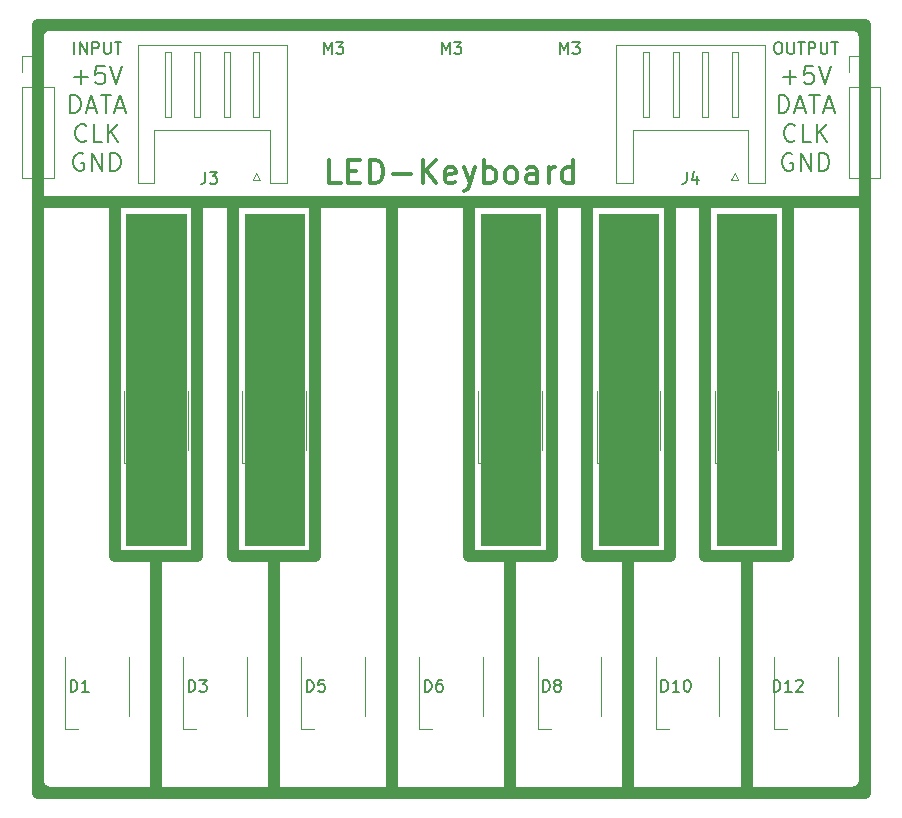
<source format=gbr>
G04 #@! TF.GenerationSoftware,KiCad,Pcbnew,(5.1.0)-1*
G04 #@! TF.CreationDate,2019-04-08T11:36:16+09:00*
G04 #@! TF.ProjectId,APA102,41504131-3032-42e6-9b69-6361645f7063,rev?*
G04 #@! TF.SameCoordinates,Original*
G04 #@! TF.FileFunction,Legend,Top*
G04 #@! TF.FilePolarity,Positive*
%FSLAX46Y46*%
G04 Gerber Fmt 4.6, Leading zero omitted, Abs format (unit mm)*
G04 Created by KiCad (PCBNEW (5.1.0)-1) date 2019-04-08 11:36:16*
%MOMM*%
%LPD*%
G04 APERTURE LIST*
%ADD10C,0.200000*%
%ADD11C,1.000000*%
%ADD12C,0.300000*%
%ADD13C,0.100000*%
%ADD14C,0.120000*%
%ADD15C,0.150000*%
G04 APERTURE END LIST*
D10*
X163071428Y-34432142D02*
X164214285Y-34432142D01*
X163642857Y-35003571D02*
X163642857Y-33860714D01*
X165642857Y-33503571D02*
X164928571Y-33503571D01*
X164857142Y-34217857D01*
X164928571Y-34146428D01*
X165071428Y-34075000D01*
X165428571Y-34075000D01*
X165571428Y-34146428D01*
X165642857Y-34217857D01*
X165714285Y-34360714D01*
X165714285Y-34717857D01*
X165642857Y-34860714D01*
X165571428Y-34932142D01*
X165428571Y-35003571D01*
X165071428Y-35003571D01*
X164928571Y-34932142D01*
X164857142Y-34860714D01*
X166142857Y-33503571D02*
X166642857Y-35003571D01*
X167142857Y-33503571D01*
X162750000Y-37453571D02*
X162750000Y-35953571D01*
X163107142Y-35953571D01*
X163321428Y-36025000D01*
X163464285Y-36167857D01*
X163535714Y-36310714D01*
X163607142Y-36596428D01*
X163607142Y-36810714D01*
X163535714Y-37096428D01*
X163464285Y-37239285D01*
X163321428Y-37382142D01*
X163107142Y-37453571D01*
X162750000Y-37453571D01*
X164178571Y-37025000D02*
X164892857Y-37025000D01*
X164035714Y-37453571D02*
X164535714Y-35953571D01*
X165035714Y-37453571D01*
X165321428Y-35953571D02*
X166178571Y-35953571D01*
X165750000Y-37453571D02*
X165750000Y-35953571D01*
X166607142Y-37025000D02*
X167321428Y-37025000D01*
X166464285Y-37453571D02*
X166964285Y-35953571D01*
X167464285Y-37453571D01*
X164107142Y-39760714D02*
X164035714Y-39832142D01*
X163821428Y-39903571D01*
X163678571Y-39903571D01*
X163464285Y-39832142D01*
X163321428Y-39689285D01*
X163250000Y-39546428D01*
X163178571Y-39260714D01*
X163178571Y-39046428D01*
X163250000Y-38760714D01*
X163321428Y-38617857D01*
X163464285Y-38475000D01*
X163678571Y-38403571D01*
X163821428Y-38403571D01*
X164035714Y-38475000D01*
X164107142Y-38546428D01*
X165464285Y-39903571D02*
X164750000Y-39903571D01*
X164750000Y-38403571D01*
X165964285Y-39903571D02*
X165964285Y-38403571D01*
X166821428Y-39903571D02*
X166178571Y-39046428D01*
X166821428Y-38403571D02*
X165964285Y-39260714D01*
X163857142Y-40925000D02*
X163714285Y-40853571D01*
X163500000Y-40853571D01*
X163285714Y-40925000D01*
X163142857Y-41067857D01*
X163071428Y-41210714D01*
X163000000Y-41496428D01*
X163000000Y-41710714D01*
X163071428Y-41996428D01*
X163142857Y-42139285D01*
X163285714Y-42282142D01*
X163500000Y-42353571D01*
X163642857Y-42353571D01*
X163857142Y-42282142D01*
X163928571Y-42210714D01*
X163928571Y-41710714D01*
X163642857Y-41710714D01*
X164571428Y-42353571D02*
X164571428Y-40853571D01*
X165428571Y-42353571D01*
X165428571Y-40853571D01*
X166142857Y-42353571D02*
X166142857Y-40853571D01*
X166500000Y-40853571D01*
X166714285Y-40925000D01*
X166857142Y-41067857D01*
X166928571Y-41210714D01*
X167000000Y-41496428D01*
X167000000Y-41710714D01*
X166928571Y-41996428D01*
X166857142Y-42139285D01*
X166714285Y-42282142D01*
X166500000Y-42353571D01*
X166142857Y-42353571D01*
X103071428Y-34432142D02*
X104214285Y-34432142D01*
X103642857Y-35003571D02*
X103642857Y-33860714D01*
X105642857Y-33503571D02*
X104928571Y-33503571D01*
X104857142Y-34217857D01*
X104928571Y-34146428D01*
X105071428Y-34075000D01*
X105428571Y-34075000D01*
X105571428Y-34146428D01*
X105642857Y-34217857D01*
X105714285Y-34360714D01*
X105714285Y-34717857D01*
X105642857Y-34860714D01*
X105571428Y-34932142D01*
X105428571Y-35003571D01*
X105071428Y-35003571D01*
X104928571Y-34932142D01*
X104857142Y-34860714D01*
X106142857Y-33503571D02*
X106642857Y-35003571D01*
X107142857Y-33503571D01*
X102750000Y-37453571D02*
X102750000Y-35953571D01*
X103107142Y-35953571D01*
X103321428Y-36025000D01*
X103464285Y-36167857D01*
X103535714Y-36310714D01*
X103607142Y-36596428D01*
X103607142Y-36810714D01*
X103535714Y-37096428D01*
X103464285Y-37239285D01*
X103321428Y-37382142D01*
X103107142Y-37453571D01*
X102750000Y-37453571D01*
X104178571Y-37025000D02*
X104892857Y-37025000D01*
X104035714Y-37453571D02*
X104535714Y-35953571D01*
X105035714Y-37453571D01*
X105321428Y-35953571D02*
X106178571Y-35953571D01*
X105750000Y-37453571D02*
X105750000Y-35953571D01*
X106607142Y-37025000D02*
X107321428Y-37025000D01*
X106464285Y-37453571D02*
X106964285Y-35953571D01*
X107464285Y-37453571D01*
X104107142Y-39760714D02*
X104035714Y-39832142D01*
X103821428Y-39903571D01*
X103678571Y-39903571D01*
X103464285Y-39832142D01*
X103321428Y-39689285D01*
X103250000Y-39546428D01*
X103178571Y-39260714D01*
X103178571Y-39046428D01*
X103250000Y-38760714D01*
X103321428Y-38617857D01*
X103464285Y-38475000D01*
X103678571Y-38403571D01*
X103821428Y-38403571D01*
X104035714Y-38475000D01*
X104107142Y-38546428D01*
X105464285Y-39903571D02*
X104750000Y-39903571D01*
X104750000Y-38403571D01*
X105964285Y-39903571D02*
X105964285Y-38403571D01*
X106821428Y-39903571D02*
X106178571Y-39046428D01*
X106821428Y-38403571D02*
X105964285Y-39260714D01*
X103857142Y-40925000D02*
X103714285Y-40853571D01*
X103500000Y-40853571D01*
X103285714Y-40925000D01*
X103142857Y-41067857D01*
X103071428Y-41210714D01*
X103000000Y-41496428D01*
X103000000Y-41710714D01*
X103071428Y-41996428D01*
X103142857Y-42139285D01*
X103285714Y-42282142D01*
X103500000Y-42353571D01*
X103642857Y-42353571D01*
X103857142Y-42282142D01*
X103928571Y-42210714D01*
X103928571Y-41710714D01*
X103642857Y-41710714D01*
X104571428Y-42353571D02*
X104571428Y-40853571D01*
X105428571Y-42353571D01*
X105428571Y-40853571D01*
X106142857Y-42353571D02*
X106142857Y-40853571D01*
X106500000Y-40853571D01*
X106714285Y-40925000D01*
X106857142Y-41067857D01*
X106928571Y-41210714D01*
X107000000Y-41496428D01*
X107000000Y-41710714D01*
X106928571Y-41996428D01*
X106857142Y-42139285D01*
X106714285Y-42282142D01*
X106500000Y-42353571D01*
X106142857Y-42353571D01*
D11*
X100000000Y-31000000D02*
G75*
G02X101000000Y-30000000I1000000J0D01*
G01*
X169000000Y-30000000D02*
G75*
G02X170000000Y-31000000I0J-1000000D01*
G01*
X101000000Y-95000000D02*
G75*
G02X100000000Y-94000000I0J1000000D01*
G01*
X170000000Y-94000000D02*
G75*
G02X169000000Y-95000000I-1000000J0D01*
G01*
D12*
X125619047Y-43404761D02*
X124666666Y-43404761D01*
X124666666Y-41404761D01*
X126285714Y-42357142D02*
X126952380Y-42357142D01*
X127238095Y-43404761D02*
X126285714Y-43404761D01*
X126285714Y-41404761D01*
X127238095Y-41404761D01*
X128095238Y-43404761D02*
X128095238Y-41404761D01*
X128571428Y-41404761D01*
X128857142Y-41500000D01*
X129047619Y-41690476D01*
X129142857Y-41880952D01*
X129238095Y-42261904D01*
X129238095Y-42547619D01*
X129142857Y-42928571D01*
X129047619Y-43119047D01*
X128857142Y-43309523D01*
X128571428Y-43404761D01*
X128095238Y-43404761D01*
X130095238Y-42642857D02*
X131619047Y-42642857D01*
X132571428Y-43404761D02*
X132571428Y-41404761D01*
X133714285Y-43404761D02*
X132857142Y-42261904D01*
X133714285Y-41404761D02*
X132571428Y-42547619D01*
X135333333Y-43309523D02*
X135142857Y-43404761D01*
X134761904Y-43404761D01*
X134571428Y-43309523D01*
X134476190Y-43119047D01*
X134476190Y-42357142D01*
X134571428Y-42166666D01*
X134761904Y-42071428D01*
X135142857Y-42071428D01*
X135333333Y-42166666D01*
X135428571Y-42357142D01*
X135428571Y-42547619D01*
X134476190Y-42738095D01*
X136095238Y-42071428D02*
X136571428Y-43404761D01*
X137047619Y-42071428D02*
X136571428Y-43404761D01*
X136380952Y-43880952D01*
X136285714Y-43976190D01*
X136095238Y-44071428D01*
X137809523Y-43404761D02*
X137809523Y-41404761D01*
X137809523Y-42166666D02*
X138000000Y-42071428D01*
X138380952Y-42071428D01*
X138571428Y-42166666D01*
X138666666Y-42261904D01*
X138761904Y-42452380D01*
X138761904Y-43023809D01*
X138666666Y-43214285D01*
X138571428Y-43309523D01*
X138380952Y-43404761D01*
X138000000Y-43404761D01*
X137809523Y-43309523D01*
X139904761Y-43404761D02*
X139714285Y-43309523D01*
X139619047Y-43214285D01*
X139523809Y-43023809D01*
X139523809Y-42452380D01*
X139619047Y-42261904D01*
X139714285Y-42166666D01*
X139904761Y-42071428D01*
X140190476Y-42071428D01*
X140380952Y-42166666D01*
X140476190Y-42261904D01*
X140571428Y-42452380D01*
X140571428Y-43023809D01*
X140476190Y-43214285D01*
X140380952Y-43309523D01*
X140190476Y-43404761D01*
X139904761Y-43404761D01*
X142285714Y-43404761D02*
X142285714Y-42357142D01*
X142190476Y-42166666D01*
X142000000Y-42071428D01*
X141619047Y-42071428D01*
X141428571Y-42166666D01*
X142285714Y-43309523D02*
X142095238Y-43404761D01*
X141619047Y-43404761D01*
X141428571Y-43309523D01*
X141333333Y-43119047D01*
X141333333Y-42928571D01*
X141428571Y-42738095D01*
X141619047Y-42642857D01*
X142095238Y-42642857D01*
X142285714Y-42547619D01*
X143238095Y-43404761D02*
X143238095Y-42071428D01*
X143238095Y-42452380D02*
X143333333Y-42261904D01*
X143428571Y-42166666D01*
X143619047Y-42071428D01*
X143809523Y-42071428D01*
X145333333Y-43404761D02*
X145333333Y-41404761D01*
X145333333Y-43309523D02*
X145142857Y-43404761D01*
X144761904Y-43404761D01*
X144571428Y-43309523D01*
X144476190Y-43214285D01*
X144380952Y-43023809D01*
X144380952Y-42452380D01*
X144476190Y-42261904D01*
X144571428Y-42166666D01*
X144761904Y-42071428D01*
X145142857Y-42071428D01*
X145333333Y-42166666D01*
D11*
X100000000Y-30000000D02*
X170000000Y-30000000D01*
D13*
G36*
X162500000Y-74000000D02*
G01*
X157500000Y-74000000D01*
X157500000Y-46000000D01*
X162500000Y-46000000D01*
X162500000Y-74000000D01*
G37*
X162500000Y-74000000D02*
X157500000Y-74000000D01*
X157500000Y-46000000D01*
X162500000Y-46000000D01*
X162500000Y-74000000D01*
G36*
X152500000Y-74000000D02*
G01*
X147500000Y-74000000D01*
X147500000Y-46000000D01*
X152500000Y-46000000D01*
X152500000Y-74000000D01*
G37*
X152500000Y-74000000D02*
X147500000Y-74000000D01*
X147500000Y-46000000D01*
X152500000Y-46000000D01*
X152500000Y-74000000D01*
G36*
X142500000Y-74000000D02*
G01*
X137500000Y-74000000D01*
X137500000Y-46000000D01*
X142500000Y-46000000D01*
X142500000Y-74000000D01*
G37*
X142500000Y-74000000D02*
X137500000Y-74000000D01*
X137500000Y-46000000D01*
X142500000Y-46000000D01*
X142500000Y-74000000D01*
G36*
X122500000Y-74000000D02*
G01*
X117500000Y-74000000D01*
X117500000Y-46000000D01*
X122500000Y-46000000D01*
X122500000Y-74000000D01*
G37*
X122500000Y-74000000D02*
X117500000Y-74000000D01*
X117500000Y-46000000D01*
X122500000Y-46000000D01*
X122500000Y-74000000D01*
G36*
X112500000Y-74000000D02*
G01*
X107500000Y-74000000D01*
X107500000Y-46000000D01*
X112500000Y-46000000D01*
X112500000Y-74000000D01*
G37*
X112500000Y-74000000D02*
X107500000Y-74000000D01*
X107500000Y-46000000D01*
X112500000Y-46000000D01*
X112500000Y-74000000D01*
D11*
X110000000Y-95000000D02*
X110000000Y-75000000D01*
X110000000Y-45000000D02*
X106500000Y-45000000D01*
X106500000Y-45000000D02*
X106500000Y-75000000D01*
X110000000Y-75000000D02*
X113500000Y-75000000D01*
X110000000Y-45000000D02*
X100000000Y-45000000D01*
X110000000Y-95000000D02*
X120000000Y-95000000D01*
X106500000Y-75000000D02*
X110000000Y-75000000D01*
X110000000Y-45000000D02*
X120000000Y-45000000D01*
D10*
X110000000Y-95000000D02*
X110000000Y-75000000D01*
D11*
X120000000Y-95000000D02*
X120000000Y-75000000D01*
X120000000Y-95000000D02*
X130000000Y-95000000D01*
D10*
X120000000Y-95000000D02*
X120000000Y-75000000D01*
X120000000Y-45000000D02*
X116500000Y-45000000D01*
D11*
X130000000Y-95000000D02*
X130000000Y-45000000D01*
D10*
X130000000Y-95000000D02*
X130000000Y-45000000D01*
D11*
X130000000Y-95000000D02*
X140000000Y-95000000D01*
X136500000Y-45000000D02*
X136500000Y-75000000D01*
X123500000Y-75000000D02*
X123500000Y-45000000D01*
X120000000Y-75000000D02*
X123500000Y-75000000D01*
X113500000Y-75000000D02*
X113500000Y-45000000D01*
X120000000Y-45000000D02*
X130000000Y-45000000D01*
X116500000Y-75000000D02*
X120000000Y-75000000D01*
X116500000Y-45000000D02*
X116500000Y-75000000D01*
X100000000Y-45000000D02*
X100000000Y-30000000D01*
X170000000Y-30000000D02*
X170000000Y-45000000D01*
X100000000Y-95000000D02*
X100000000Y-45000000D01*
X110000000Y-95000000D02*
X100000000Y-95000000D01*
X150000000Y-45000000D02*
X160000000Y-45000000D01*
X140000000Y-75000000D02*
X140000000Y-95000000D01*
D10*
X143500000Y-45000000D02*
X146500000Y-45000000D01*
D11*
X160000000Y-75000000D02*
X160000000Y-95000000D01*
X130000000Y-45000000D02*
X140000000Y-45000000D01*
D10*
X140000000Y-95000000D02*
X140000000Y-75000000D01*
D11*
X160000000Y-45000000D02*
X170000000Y-45000000D01*
D10*
X160000000Y-75000000D02*
X160000000Y-95000000D01*
D11*
X150000000Y-95000000D02*
X160000000Y-95000000D01*
X140000000Y-45000000D02*
X150000000Y-45000000D01*
X153500000Y-75000000D02*
X153500000Y-45000000D01*
X163500000Y-75000000D02*
X163500000Y-45000000D01*
X156500000Y-75000000D02*
X163500000Y-75000000D01*
X140000000Y-95000000D02*
X150000000Y-95000000D01*
X170000000Y-45000000D02*
X170000000Y-95000000D01*
X160000000Y-95000000D02*
X170000000Y-95000000D01*
X150000000Y-75000000D02*
X150000000Y-95000000D01*
X156500000Y-45000000D02*
X156500000Y-75000000D01*
X146500000Y-75000000D02*
X153500000Y-75000000D01*
X146500000Y-45000000D02*
X146500000Y-75000000D01*
X143500000Y-75000000D02*
X143500000Y-45000000D01*
X136500000Y-75000000D02*
X143500000Y-75000000D01*
D10*
X150000000Y-75000000D02*
X150000000Y-95000000D01*
D14*
X102300000Y-89600000D02*
X102300000Y-83500000D01*
X103400000Y-89600000D02*
X102300000Y-89600000D01*
X107700000Y-83500000D02*
X107700000Y-88500000D01*
X112700000Y-61000000D02*
X112700000Y-66000000D01*
X108400000Y-67100000D02*
X107300000Y-67100000D01*
X107300000Y-67100000D02*
X107300000Y-61000000D01*
X112300000Y-89600000D02*
X112300000Y-83500000D01*
X113400000Y-89600000D02*
X112300000Y-89600000D01*
X117700000Y-83500000D02*
X117700000Y-88500000D01*
X122700000Y-61000000D02*
X122700000Y-66000000D01*
X118400000Y-67100000D02*
X117300000Y-67100000D01*
X117300000Y-67100000D02*
X117300000Y-61000000D01*
X122300000Y-89600000D02*
X122300000Y-83500000D01*
X123400000Y-89600000D02*
X122300000Y-89600000D01*
X127700000Y-83500000D02*
X127700000Y-88500000D01*
X137700000Y-83500000D02*
X137700000Y-88500000D01*
X133400000Y-89600000D02*
X132300000Y-89600000D01*
X132300000Y-89600000D02*
X132300000Y-83500000D01*
X137300000Y-67100000D02*
X137300000Y-61000000D01*
X138400000Y-67100000D02*
X137300000Y-67100000D01*
X142700000Y-61000000D02*
X142700000Y-66000000D01*
X147700000Y-83500000D02*
X147700000Y-88500000D01*
X143400000Y-89600000D02*
X142300000Y-89600000D01*
X142300000Y-89600000D02*
X142300000Y-83500000D01*
X147300000Y-67100000D02*
X147300000Y-61000000D01*
X148400000Y-67100000D02*
X147300000Y-67100000D01*
X152700000Y-61000000D02*
X152700000Y-66000000D01*
X157700000Y-83500000D02*
X157700000Y-88500000D01*
X153400000Y-89600000D02*
X152300000Y-89600000D01*
X152300000Y-89600000D02*
X152300000Y-83500000D01*
X157300000Y-67100000D02*
X157300000Y-61000000D01*
X158400000Y-67100000D02*
X157300000Y-67100000D01*
X162700000Y-61000000D02*
X162700000Y-66000000D01*
X167700000Y-83500000D02*
X167700000Y-88500000D01*
X163400000Y-89600000D02*
X162300000Y-89600000D01*
X162300000Y-89600000D02*
X162300000Y-83500000D01*
X98670000Y-32670000D02*
X100000000Y-32670000D01*
X98670000Y-34000000D02*
X98670000Y-32670000D01*
X98670000Y-35270000D02*
X101330000Y-35270000D01*
X101330000Y-35270000D02*
X101330000Y-42950000D01*
X98670000Y-35270000D02*
X98670000Y-42950000D01*
X98670000Y-42950000D02*
X101330000Y-42950000D01*
X168670000Y-42950000D02*
X171330000Y-42950000D01*
X168670000Y-35270000D02*
X168670000Y-42950000D01*
X171330000Y-35270000D02*
X171330000Y-42950000D01*
X168670000Y-35270000D02*
X171330000Y-35270000D01*
X168670000Y-34000000D02*
X168670000Y-32670000D01*
X168670000Y-32670000D02*
X170000000Y-32670000D01*
X114750000Y-31690000D02*
X121060000Y-31690000D01*
X121060000Y-31690000D02*
X121060000Y-43410000D01*
X121060000Y-43410000D02*
X119640000Y-43410000D01*
X119640000Y-43410000D02*
X119640000Y-38910000D01*
X119640000Y-38910000D02*
X114750000Y-38910000D01*
X114750000Y-31690000D02*
X108440000Y-31690000D01*
X108440000Y-31690000D02*
X108440000Y-43410000D01*
X108440000Y-43410000D02*
X109860000Y-43410000D01*
X109860000Y-43410000D02*
X109860000Y-38910000D01*
X109860000Y-38910000D02*
X114750000Y-38910000D01*
X118750000Y-37800000D02*
X118750000Y-32300000D01*
X118750000Y-32300000D02*
X118250000Y-32300000D01*
X118250000Y-32300000D02*
X118250000Y-37800000D01*
X118250000Y-37800000D02*
X118750000Y-37800000D01*
X116250000Y-37800000D02*
X116250000Y-32300000D01*
X116250000Y-32300000D02*
X115750000Y-32300000D01*
X115750000Y-32300000D02*
X115750000Y-37800000D01*
X115750000Y-37800000D02*
X116250000Y-37800000D01*
X113750000Y-37800000D02*
X113750000Y-32300000D01*
X113750000Y-32300000D02*
X113250000Y-32300000D01*
X113250000Y-32300000D02*
X113250000Y-37800000D01*
X113250000Y-37800000D02*
X113750000Y-37800000D01*
X111250000Y-37800000D02*
X111250000Y-32300000D01*
X111250000Y-32300000D02*
X110750000Y-32300000D01*
X110750000Y-32300000D02*
X110750000Y-37800000D01*
X110750000Y-37800000D02*
X111250000Y-37800000D01*
X118500000Y-42500000D02*
X118800000Y-43100000D01*
X118800000Y-43100000D02*
X118200000Y-43100000D01*
X118200000Y-43100000D02*
X118500000Y-42500000D01*
X158700000Y-43100000D02*
X159000000Y-42500000D01*
X159300000Y-43100000D02*
X158700000Y-43100000D01*
X159000000Y-42500000D02*
X159300000Y-43100000D01*
X151250000Y-37800000D02*
X151750000Y-37800000D01*
X151250000Y-32300000D02*
X151250000Y-37800000D01*
X151750000Y-32300000D02*
X151250000Y-32300000D01*
X151750000Y-37800000D02*
X151750000Y-32300000D01*
X153750000Y-37800000D02*
X154250000Y-37800000D01*
X153750000Y-32300000D02*
X153750000Y-37800000D01*
X154250000Y-32300000D02*
X153750000Y-32300000D01*
X154250000Y-37800000D02*
X154250000Y-32300000D01*
X156250000Y-37800000D02*
X156750000Y-37800000D01*
X156250000Y-32300000D02*
X156250000Y-37800000D01*
X156750000Y-32300000D02*
X156250000Y-32300000D01*
X156750000Y-37800000D02*
X156750000Y-32300000D01*
X158750000Y-37800000D02*
X159250000Y-37800000D01*
X158750000Y-32300000D02*
X158750000Y-37800000D01*
X159250000Y-32300000D02*
X158750000Y-32300000D01*
X159250000Y-37800000D02*
X159250000Y-32300000D01*
X150360000Y-38910000D02*
X155250000Y-38910000D01*
X150360000Y-43410000D02*
X150360000Y-38910000D01*
X148940000Y-43410000D02*
X150360000Y-43410000D01*
X148940000Y-31690000D02*
X148940000Y-43410000D01*
X155250000Y-31690000D02*
X148940000Y-31690000D01*
X160140000Y-38910000D02*
X155250000Y-38910000D01*
X160140000Y-43410000D02*
X160140000Y-38910000D01*
X161560000Y-43410000D02*
X160140000Y-43410000D01*
X161560000Y-31690000D02*
X161560000Y-43410000D01*
X155250000Y-31690000D02*
X161560000Y-31690000D01*
D15*
X134190476Y-32452380D02*
X134190476Y-31452380D01*
X134523809Y-32166666D01*
X134857142Y-31452380D01*
X134857142Y-32452380D01*
X135238095Y-31452380D02*
X135857142Y-31452380D01*
X135523809Y-31833333D01*
X135666666Y-31833333D01*
X135761904Y-31880952D01*
X135809523Y-31928571D01*
X135857142Y-32023809D01*
X135857142Y-32261904D01*
X135809523Y-32357142D01*
X135761904Y-32404761D01*
X135666666Y-32452380D01*
X135380952Y-32452380D01*
X135285714Y-32404761D01*
X135238095Y-32357142D01*
X124190476Y-32452380D02*
X124190476Y-31452380D01*
X124523809Y-32166666D01*
X124857142Y-31452380D01*
X124857142Y-32452380D01*
X125238095Y-31452380D02*
X125857142Y-31452380D01*
X125523809Y-31833333D01*
X125666666Y-31833333D01*
X125761904Y-31880952D01*
X125809523Y-31928571D01*
X125857142Y-32023809D01*
X125857142Y-32261904D01*
X125809523Y-32357142D01*
X125761904Y-32404761D01*
X125666666Y-32452380D01*
X125380952Y-32452380D01*
X125285714Y-32404761D01*
X125238095Y-32357142D01*
X144190476Y-32452380D02*
X144190476Y-31452380D01*
X144523809Y-32166666D01*
X144857142Y-31452380D01*
X144857142Y-32452380D01*
X145238095Y-31452380D02*
X145857142Y-31452380D01*
X145523809Y-31833333D01*
X145666666Y-31833333D01*
X145761904Y-31880952D01*
X145809523Y-31928571D01*
X145857142Y-32023809D01*
X145857142Y-32261904D01*
X145809523Y-32357142D01*
X145761904Y-32404761D01*
X145666666Y-32452380D01*
X145380952Y-32452380D01*
X145285714Y-32404761D01*
X145238095Y-32357142D01*
X102761904Y-86452380D02*
X102761904Y-85452380D01*
X103000000Y-85452380D01*
X103142857Y-85500000D01*
X103238095Y-85595238D01*
X103285714Y-85690476D01*
X103333333Y-85880952D01*
X103333333Y-86023809D01*
X103285714Y-86214285D01*
X103238095Y-86309523D01*
X103142857Y-86404761D01*
X103000000Y-86452380D01*
X102761904Y-86452380D01*
X104285714Y-86452380D02*
X103714285Y-86452380D01*
X104000000Y-86452380D02*
X104000000Y-85452380D01*
X103904761Y-85595238D01*
X103809523Y-85690476D01*
X103714285Y-85738095D01*
X108952380Y-64238095D02*
X107952380Y-64238095D01*
X107952380Y-64000000D01*
X108000000Y-63857142D01*
X108095238Y-63761904D01*
X108190476Y-63714285D01*
X108380952Y-63666666D01*
X108523809Y-63666666D01*
X108714285Y-63714285D01*
X108809523Y-63761904D01*
X108904761Y-63857142D01*
X108952380Y-64000000D01*
X108952380Y-64238095D01*
X108047619Y-63285714D02*
X108000000Y-63238095D01*
X107952380Y-63142857D01*
X107952380Y-62904761D01*
X108000000Y-62809523D01*
X108047619Y-62761904D01*
X108142857Y-62714285D01*
X108238095Y-62714285D01*
X108380952Y-62761904D01*
X108952380Y-63333333D01*
X108952380Y-62714285D01*
X112761904Y-86452380D02*
X112761904Y-85452380D01*
X113000000Y-85452380D01*
X113142857Y-85500000D01*
X113238095Y-85595238D01*
X113285714Y-85690476D01*
X113333333Y-85880952D01*
X113333333Y-86023809D01*
X113285714Y-86214285D01*
X113238095Y-86309523D01*
X113142857Y-86404761D01*
X113000000Y-86452380D01*
X112761904Y-86452380D01*
X113666666Y-85452380D02*
X114285714Y-85452380D01*
X113952380Y-85833333D01*
X114095238Y-85833333D01*
X114190476Y-85880952D01*
X114238095Y-85928571D01*
X114285714Y-86023809D01*
X114285714Y-86261904D01*
X114238095Y-86357142D01*
X114190476Y-86404761D01*
X114095238Y-86452380D01*
X113809523Y-86452380D01*
X113714285Y-86404761D01*
X113666666Y-86357142D01*
X118952380Y-64238095D02*
X117952380Y-64238095D01*
X117952380Y-64000000D01*
X118000000Y-63857142D01*
X118095238Y-63761904D01*
X118190476Y-63714285D01*
X118380952Y-63666666D01*
X118523809Y-63666666D01*
X118714285Y-63714285D01*
X118809523Y-63761904D01*
X118904761Y-63857142D01*
X118952380Y-64000000D01*
X118952380Y-64238095D01*
X118285714Y-62809523D02*
X118952380Y-62809523D01*
X117904761Y-63047619D02*
X118619047Y-63285714D01*
X118619047Y-62666666D01*
X122761904Y-86452380D02*
X122761904Y-85452380D01*
X123000000Y-85452380D01*
X123142857Y-85500000D01*
X123238095Y-85595238D01*
X123285714Y-85690476D01*
X123333333Y-85880952D01*
X123333333Y-86023809D01*
X123285714Y-86214285D01*
X123238095Y-86309523D01*
X123142857Y-86404761D01*
X123000000Y-86452380D01*
X122761904Y-86452380D01*
X124238095Y-85452380D02*
X123761904Y-85452380D01*
X123714285Y-85928571D01*
X123761904Y-85880952D01*
X123857142Y-85833333D01*
X124095238Y-85833333D01*
X124190476Y-85880952D01*
X124238095Y-85928571D01*
X124285714Y-86023809D01*
X124285714Y-86261904D01*
X124238095Y-86357142D01*
X124190476Y-86404761D01*
X124095238Y-86452380D01*
X123857142Y-86452380D01*
X123761904Y-86404761D01*
X123714285Y-86357142D01*
X132761904Y-86452380D02*
X132761904Y-85452380D01*
X133000000Y-85452380D01*
X133142857Y-85500000D01*
X133238095Y-85595238D01*
X133285714Y-85690476D01*
X133333333Y-85880952D01*
X133333333Y-86023809D01*
X133285714Y-86214285D01*
X133238095Y-86309523D01*
X133142857Y-86404761D01*
X133000000Y-86452380D01*
X132761904Y-86452380D01*
X134190476Y-85452380D02*
X134000000Y-85452380D01*
X133904761Y-85500000D01*
X133857142Y-85547619D01*
X133761904Y-85690476D01*
X133714285Y-85880952D01*
X133714285Y-86261904D01*
X133761904Y-86357142D01*
X133809523Y-86404761D01*
X133904761Y-86452380D01*
X134095238Y-86452380D01*
X134190476Y-86404761D01*
X134238095Y-86357142D01*
X134285714Y-86261904D01*
X134285714Y-86023809D01*
X134238095Y-85928571D01*
X134190476Y-85880952D01*
X134095238Y-85833333D01*
X133904761Y-85833333D01*
X133809523Y-85880952D01*
X133761904Y-85928571D01*
X133714285Y-86023809D01*
X137761904Y-63952380D02*
X137761904Y-62952380D01*
X138000000Y-62952380D01*
X138142857Y-63000000D01*
X138238095Y-63095238D01*
X138285714Y-63190476D01*
X138333333Y-63380952D01*
X138333333Y-63523809D01*
X138285714Y-63714285D01*
X138238095Y-63809523D01*
X138142857Y-63904761D01*
X138000000Y-63952380D01*
X137761904Y-63952380D01*
X138666666Y-62952380D02*
X139333333Y-62952380D01*
X138904761Y-63952380D01*
X142761904Y-86452380D02*
X142761904Y-85452380D01*
X143000000Y-85452380D01*
X143142857Y-85500000D01*
X143238095Y-85595238D01*
X143285714Y-85690476D01*
X143333333Y-85880952D01*
X143333333Y-86023809D01*
X143285714Y-86214285D01*
X143238095Y-86309523D01*
X143142857Y-86404761D01*
X143000000Y-86452380D01*
X142761904Y-86452380D01*
X143904761Y-85880952D02*
X143809523Y-85833333D01*
X143761904Y-85785714D01*
X143714285Y-85690476D01*
X143714285Y-85642857D01*
X143761904Y-85547619D01*
X143809523Y-85500000D01*
X143904761Y-85452380D01*
X144095238Y-85452380D01*
X144190476Y-85500000D01*
X144238095Y-85547619D01*
X144285714Y-85642857D01*
X144285714Y-85690476D01*
X144238095Y-85785714D01*
X144190476Y-85833333D01*
X144095238Y-85880952D01*
X143904761Y-85880952D01*
X143809523Y-85928571D01*
X143761904Y-85976190D01*
X143714285Y-86071428D01*
X143714285Y-86261904D01*
X143761904Y-86357142D01*
X143809523Y-86404761D01*
X143904761Y-86452380D01*
X144095238Y-86452380D01*
X144190476Y-86404761D01*
X144238095Y-86357142D01*
X144285714Y-86261904D01*
X144285714Y-86071428D01*
X144238095Y-85976190D01*
X144190476Y-85928571D01*
X144095238Y-85880952D01*
X147761904Y-63952380D02*
X147761904Y-62952380D01*
X148000000Y-62952380D01*
X148142857Y-63000000D01*
X148238095Y-63095238D01*
X148285714Y-63190476D01*
X148333333Y-63380952D01*
X148333333Y-63523809D01*
X148285714Y-63714285D01*
X148238095Y-63809523D01*
X148142857Y-63904761D01*
X148000000Y-63952380D01*
X147761904Y-63952380D01*
X148809523Y-63952380D02*
X149000000Y-63952380D01*
X149095238Y-63904761D01*
X149142857Y-63857142D01*
X149238095Y-63714285D01*
X149285714Y-63523809D01*
X149285714Y-63142857D01*
X149238095Y-63047619D01*
X149190476Y-63000000D01*
X149095238Y-62952380D01*
X148904761Y-62952380D01*
X148809523Y-63000000D01*
X148761904Y-63047619D01*
X148714285Y-63142857D01*
X148714285Y-63380952D01*
X148761904Y-63476190D01*
X148809523Y-63523809D01*
X148904761Y-63571428D01*
X149095238Y-63571428D01*
X149190476Y-63523809D01*
X149238095Y-63476190D01*
X149285714Y-63380952D01*
X152785714Y-86452380D02*
X152785714Y-85452380D01*
X153023809Y-85452380D01*
X153166666Y-85500000D01*
X153261904Y-85595238D01*
X153309523Y-85690476D01*
X153357142Y-85880952D01*
X153357142Y-86023809D01*
X153309523Y-86214285D01*
X153261904Y-86309523D01*
X153166666Y-86404761D01*
X153023809Y-86452380D01*
X152785714Y-86452380D01*
X154309523Y-86452380D02*
X153738095Y-86452380D01*
X154023809Y-86452380D02*
X154023809Y-85452380D01*
X153928571Y-85595238D01*
X153833333Y-85690476D01*
X153738095Y-85738095D01*
X154928571Y-85452380D02*
X155023809Y-85452380D01*
X155119047Y-85500000D01*
X155166666Y-85547619D01*
X155214285Y-85642857D01*
X155261904Y-85833333D01*
X155261904Y-86071428D01*
X155214285Y-86261904D01*
X155166666Y-86357142D01*
X155119047Y-86404761D01*
X155023809Y-86452380D01*
X154928571Y-86452380D01*
X154833333Y-86404761D01*
X154785714Y-86357142D01*
X154738095Y-86261904D01*
X154690476Y-86071428D01*
X154690476Y-85833333D01*
X154738095Y-85642857D01*
X154785714Y-85547619D01*
X154833333Y-85500000D01*
X154928571Y-85452380D01*
X157785714Y-63952380D02*
X157785714Y-62952380D01*
X158023809Y-62952380D01*
X158166666Y-63000000D01*
X158261904Y-63095238D01*
X158309523Y-63190476D01*
X158357142Y-63380952D01*
X158357142Y-63523809D01*
X158309523Y-63714285D01*
X158261904Y-63809523D01*
X158166666Y-63904761D01*
X158023809Y-63952380D01*
X157785714Y-63952380D01*
X159309523Y-63952380D02*
X158738095Y-63952380D01*
X159023809Y-63952380D02*
X159023809Y-62952380D01*
X158928571Y-63095238D01*
X158833333Y-63190476D01*
X158738095Y-63238095D01*
X160261904Y-63952380D02*
X159690476Y-63952380D01*
X159976190Y-63952380D02*
X159976190Y-62952380D01*
X159880952Y-63095238D01*
X159785714Y-63190476D01*
X159690476Y-63238095D01*
X162285714Y-86452380D02*
X162285714Y-85452380D01*
X162523809Y-85452380D01*
X162666666Y-85500000D01*
X162761904Y-85595238D01*
X162809523Y-85690476D01*
X162857142Y-85880952D01*
X162857142Y-86023809D01*
X162809523Y-86214285D01*
X162761904Y-86309523D01*
X162666666Y-86404761D01*
X162523809Y-86452380D01*
X162285714Y-86452380D01*
X163809523Y-86452380D02*
X163238095Y-86452380D01*
X163523809Y-86452380D02*
X163523809Y-85452380D01*
X163428571Y-85595238D01*
X163333333Y-85690476D01*
X163238095Y-85738095D01*
X164190476Y-85547619D02*
X164238095Y-85500000D01*
X164333333Y-85452380D01*
X164571428Y-85452380D01*
X164666666Y-85500000D01*
X164714285Y-85547619D01*
X164761904Y-85642857D01*
X164761904Y-85738095D01*
X164714285Y-85880952D01*
X164142857Y-86452380D01*
X164761904Y-86452380D01*
X103071428Y-32452380D02*
X103071428Y-31452380D01*
X103547619Y-32452380D02*
X103547619Y-31452380D01*
X104119047Y-32452380D01*
X104119047Y-31452380D01*
X104595238Y-32452380D02*
X104595238Y-31452380D01*
X104976190Y-31452380D01*
X105071428Y-31500000D01*
X105119047Y-31547619D01*
X105166666Y-31642857D01*
X105166666Y-31785714D01*
X105119047Y-31880952D01*
X105071428Y-31928571D01*
X104976190Y-31976190D01*
X104595238Y-31976190D01*
X105595238Y-31452380D02*
X105595238Y-32261904D01*
X105642857Y-32357142D01*
X105690476Y-32404761D01*
X105785714Y-32452380D01*
X105976190Y-32452380D01*
X106071428Y-32404761D01*
X106119047Y-32357142D01*
X106166666Y-32261904D01*
X106166666Y-31452380D01*
X106500000Y-31452380D02*
X107071428Y-31452380D01*
X106785714Y-32452380D02*
X106785714Y-31452380D01*
X162595238Y-31452380D02*
X162785714Y-31452380D01*
X162880952Y-31500000D01*
X162976190Y-31595238D01*
X163023809Y-31785714D01*
X163023809Y-32119047D01*
X162976190Y-32309523D01*
X162880952Y-32404761D01*
X162785714Y-32452380D01*
X162595238Y-32452380D01*
X162500000Y-32404761D01*
X162404761Y-32309523D01*
X162357142Y-32119047D01*
X162357142Y-31785714D01*
X162404761Y-31595238D01*
X162500000Y-31500000D01*
X162595238Y-31452380D01*
X163452380Y-31452380D02*
X163452380Y-32261904D01*
X163500000Y-32357142D01*
X163547619Y-32404761D01*
X163642857Y-32452380D01*
X163833333Y-32452380D01*
X163928571Y-32404761D01*
X163976190Y-32357142D01*
X164023809Y-32261904D01*
X164023809Y-31452380D01*
X164357142Y-31452380D02*
X164928571Y-31452380D01*
X164642857Y-32452380D02*
X164642857Y-31452380D01*
X165261904Y-32452380D02*
X165261904Y-31452380D01*
X165642857Y-31452380D01*
X165738095Y-31500000D01*
X165785714Y-31547619D01*
X165833333Y-31642857D01*
X165833333Y-31785714D01*
X165785714Y-31880952D01*
X165738095Y-31928571D01*
X165642857Y-31976190D01*
X165261904Y-31976190D01*
X166261904Y-31452380D02*
X166261904Y-32261904D01*
X166309523Y-32357142D01*
X166357142Y-32404761D01*
X166452380Y-32452380D01*
X166642857Y-32452380D01*
X166738095Y-32404761D01*
X166785714Y-32357142D01*
X166833333Y-32261904D01*
X166833333Y-31452380D01*
X167166666Y-31452380D02*
X167738095Y-31452380D01*
X167452380Y-32452380D02*
X167452380Y-31452380D01*
X114166666Y-42452380D02*
X114166666Y-43166666D01*
X114119047Y-43309523D01*
X114023809Y-43404761D01*
X113880952Y-43452380D01*
X113785714Y-43452380D01*
X114547619Y-42452380D02*
X115166666Y-42452380D01*
X114833333Y-42833333D01*
X114976190Y-42833333D01*
X115071428Y-42880952D01*
X115119047Y-42928571D01*
X115166666Y-43023809D01*
X115166666Y-43261904D01*
X115119047Y-43357142D01*
X115071428Y-43404761D01*
X114976190Y-43452380D01*
X114690476Y-43452380D01*
X114595238Y-43404761D01*
X114547619Y-43357142D01*
X154916666Y-42452380D02*
X154916666Y-43166666D01*
X154869047Y-43309523D01*
X154773809Y-43404761D01*
X154630952Y-43452380D01*
X154535714Y-43452380D01*
X155821428Y-42785714D02*
X155821428Y-43452380D01*
X155583333Y-42404761D02*
X155345238Y-43119047D01*
X155964285Y-43119047D01*
M02*

</source>
